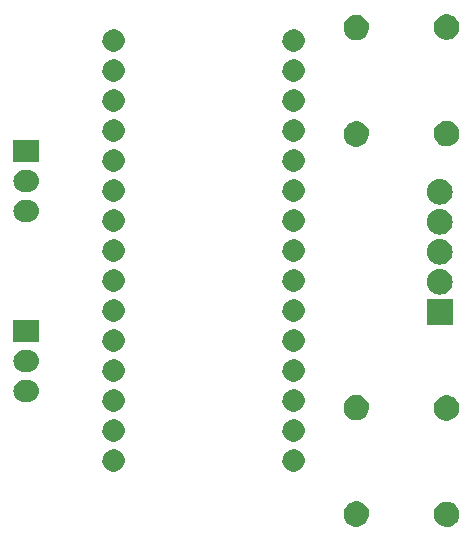
<source format=gbs>
%TF.GenerationSoftware,KiCad,Pcbnew,4.0.7-e2-6376~58~ubuntu16.04.1*%
%TF.CreationDate,2018-03-21T07:26:21-07:00*%
%TF.ProjectId,Arduino-Nano-Board,41726475696E6F2D4E616E6F2D426F61,v1.5*%
%TF.FileFunction,Soldermask,Bot*%
%FSLAX46Y46*%
G04 Gerber Fmt 4.6, Leading zero omitted, Abs format (unit mm)*
G04 Created by KiCad (PCBNEW 4.0.7-e2-6376~58~ubuntu16.04.1) date Wed Mar 21 07:26:21 2018*
%MOMM*%
%LPD*%
G01*
G04 APERTURE LIST*
%ADD10C,0.350000*%
G04 APERTURE END LIST*
D10*
G36*
X58990188Y-89357424D02*
X59196826Y-89399841D01*
X59391304Y-89481592D01*
X59566191Y-89599555D01*
X59714836Y-89749241D01*
X59831575Y-89924948D01*
X59911963Y-90119984D01*
X59952869Y-90326574D01*
X59952869Y-90326584D01*
X59952936Y-90326923D01*
X59949572Y-90567872D01*
X59949495Y-90568210D01*
X59949495Y-90568219D01*
X59902837Y-90773587D01*
X59817036Y-90966299D01*
X59695434Y-91138680D01*
X59542666Y-91284159D01*
X59364553Y-91397193D01*
X59167872Y-91473480D01*
X58960127Y-91510112D01*
X58749217Y-91505693D01*
X58543184Y-91460395D01*
X58349872Y-91375938D01*
X58176651Y-91255546D01*
X58030109Y-91103799D01*
X57915833Y-90926476D01*
X57838173Y-90730331D01*
X57800093Y-90522849D01*
X57803038Y-90311915D01*
X57846899Y-90105568D01*
X57930002Y-89911674D01*
X58049185Y-89737612D01*
X58199904Y-89590016D01*
X58376425Y-89474505D01*
X58572019Y-89395479D01*
X58779233Y-89355952D01*
X58990188Y-89357424D01*
X58990188Y-89357424D01*
G37*
G36*
X51344788Y-89332024D02*
X51551426Y-89374441D01*
X51745904Y-89456192D01*
X51920791Y-89574155D01*
X52069436Y-89723841D01*
X52186175Y-89899548D01*
X52266563Y-90094584D01*
X52307469Y-90301174D01*
X52307469Y-90301184D01*
X52307536Y-90301523D01*
X52304172Y-90542472D01*
X52304095Y-90542810D01*
X52304095Y-90542819D01*
X52257437Y-90748187D01*
X52171636Y-90940899D01*
X52050034Y-91113280D01*
X51897266Y-91258759D01*
X51719153Y-91371793D01*
X51522472Y-91448080D01*
X51314727Y-91484712D01*
X51103817Y-91480293D01*
X50897784Y-91434995D01*
X50704472Y-91350538D01*
X50531251Y-91230146D01*
X50384709Y-91078399D01*
X50270433Y-90901076D01*
X50192773Y-90704931D01*
X50154693Y-90497449D01*
X50157638Y-90286515D01*
X50201499Y-90080168D01*
X50284602Y-89886274D01*
X50403785Y-89712212D01*
X50554504Y-89564616D01*
X50731025Y-89449105D01*
X50926619Y-89370079D01*
X51133833Y-89330552D01*
X51344788Y-89332024D01*
X51344788Y-89332024D01*
G37*
G36*
X46021915Y-84938224D02*
X46202448Y-84975283D01*
X46372358Y-85046706D01*
X46525149Y-85149766D01*
X46655021Y-85280546D01*
X46757010Y-85434053D01*
X46827243Y-85604451D01*
X46862972Y-85784899D01*
X46862972Y-85784904D01*
X46863040Y-85785248D01*
X46860101Y-85995758D01*
X46860024Y-85996096D01*
X46860024Y-85996106D01*
X46819270Y-86175486D01*
X46744308Y-86343852D01*
X46638068Y-86494456D01*
X46504599Y-86621557D01*
X46348984Y-86720314D01*
X46177154Y-86786962D01*
X45995652Y-86818966D01*
X45811386Y-86815106D01*
X45631379Y-86775529D01*
X45462488Y-86701743D01*
X45311150Y-86596560D01*
X45183121Y-86463982D01*
X45083281Y-86309061D01*
X45015432Y-86137693D01*
X44982163Y-85956423D01*
X44984735Y-85772136D01*
X45023056Y-85591856D01*
X45095659Y-85422457D01*
X45199787Y-85270384D01*
X45331466Y-85141433D01*
X45485687Y-85040514D01*
X45656572Y-84971472D01*
X45837609Y-84936938D01*
X46021915Y-84938224D01*
X46021915Y-84938224D01*
G37*
G36*
X30781915Y-84938224D02*
X30962448Y-84975283D01*
X31132358Y-85046706D01*
X31285149Y-85149766D01*
X31415021Y-85280546D01*
X31517010Y-85434053D01*
X31587243Y-85604451D01*
X31622972Y-85784899D01*
X31622972Y-85784904D01*
X31623040Y-85785248D01*
X31620101Y-85995758D01*
X31620024Y-85996096D01*
X31620024Y-85996106D01*
X31579270Y-86175486D01*
X31504308Y-86343852D01*
X31398068Y-86494456D01*
X31264599Y-86621557D01*
X31108984Y-86720314D01*
X30937154Y-86786962D01*
X30755652Y-86818966D01*
X30571386Y-86815106D01*
X30391379Y-86775529D01*
X30222488Y-86701743D01*
X30071150Y-86596560D01*
X29943121Y-86463982D01*
X29843281Y-86309061D01*
X29775432Y-86137693D01*
X29742163Y-85956423D01*
X29744735Y-85772136D01*
X29783056Y-85591856D01*
X29855659Y-85422457D01*
X29959787Y-85270384D01*
X30091466Y-85141433D01*
X30245687Y-85040514D01*
X30416572Y-84971472D01*
X30597609Y-84936938D01*
X30781915Y-84938224D01*
X30781915Y-84938224D01*
G37*
G36*
X46021915Y-82398224D02*
X46202448Y-82435283D01*
X46372358Y-82506706D01*
X46525149Y-82609766D01*
X46655021Y-82740546D01*
X46757010Y-82894053D01*
X46827243Y-83064451D01*
X46862972Y-83244899D01*
X46862972Y-83244904D01*
X46863040Y-83245248D01*
X46860101Y-83455758D01*
X46860024Y-83456096D01*
X46860024Y-83456106D01*
X46819270Y-83635486D01*
X46744308Y-83803852D01*
X46638068Y-83954456D01*
X46504599Y-84081557D01*
X46348984Y-84180314D01*
X46177154Y-84246962D01*
X45995652Y-84278966D01*
X45811386Y-84275106D01*
X45631379Y-84235529D01*
X45462488Y-84161743D01*
X45311150Y-84056560D01*
X45183121Y-83923982D01*
X45083281Y-83769061D01*
X45015432Y-83597693D01*
X44982163Y-83416423D01*
X44984735Y-83232136D01*
X45023056Y-83051856D01*
X45095659Y-82882457D01*
X45199787Y-82730384D01*
X45331466Y-82601433D01*
X45485687Y-82500514D01*
X45656572Y-82431472D01*
X45837609Y-82396938D01*
X46021915Y-82398224D01*
X46021915Y-82398224D01*
G37*
G36*
X30781915Y-82398224D02*
X30962448Y-82435283D01*
X31132358Y-82506706D01*
X31285149Y-82609766D01*
X31415021Y-82740546D01*
X31517010Y-82894053D01*
X31587243Y-83064451D01*
X31622972Y-83244899D01*
X31622972Y-83244904D01*
X31623040Y-83245248D01*
X31620101Y-83455758D01*
X31620024Y-83456096D01*
X31620024Y-83456106D01*
X31579270Y-83635486D01*
X31504308Y-83803852D01*
X31398068Y-83954456D01*
X31264599Y-84081557D01*
X31108984Y-84180314D01*
X30937154Y-84246962D01*
X30755652Y-84278966D01*
X30571386Y-84275106D01*
X30391379Y-84235529D01*
X30222488Y-84161743D01*
X30071150Y-84056560D01*
X29943121Y-83923982D01*
X29843281Y-83769061D01*
X29775432Y-83597693D01*
X29742163Y-83416423D01*
X29744735Y-83232136D01*
X29783056Y-83051856D01*
X29855659Y-82882457D01*
X29959787Y-82730384D01*
X30091466Y-82601433D01*
X30245687Y-82500514D01*
X30416572Y-82431472D01*
X30597609Y-82396938D01*
X30781915Y-82398224D01*
X30781915Y-82398224D01*
G37*
G36*
X58990188Y-80357424D02*
X59196826Y-80399841D01*
X59391304Y-80481592D01*
X59566191Y-80599555D01*
X59714836Y-80749241D01*
X59831575Y-80924948D01*
X59911963Y-81119984D01*
X59952869Y-81326574D01*
X59952869Y-81326584D01*
X59952936Y-81326923D01*
X59949572Y-81567872D01*
X59949495Y-81568210D01*
X59949495Y-81568219D01*
X59902837Y-81773587D01*
X59817036Y-81966299D01*
X59695434Y-82138680D01*
X59542666Y-82284159D01*
X59364553Y-82397193D01*
X59167872Y-82473480D01*
X58960127Y-82510112D01*
X58749217Y-82505693D01*
X58543184Y-82460395D01*
X58349872Y-82375938D01*
X58176651Y-82255546D01*
X58030109Y-82103799D01*
X57915833Y-81926476D01*
X57838173Y-81730331D01*
X57800093Y-81522849D01*
X57803038Y-81311915D01*
X57846899Y-81105568D01*
X57930002Y-80911674D01*
X58049185Y-80737612D01*
X58199904Y-80590016D01*
X58376425Y-80474505D01*
X58572019Y-80395479D01*
X58779233Y-80355952D01*
X58990188Y-80357424D01*
X58990188Y-80357424D01*
G37*
G36*
X51344788Y-80332024D02*
X51551426Y-80374441D01*
X51745904Y-80456192D01*
X51920791Y-80574155D01*
X52069436Y-80723841D01*
X52186175Y-80899548D01*
X52266563Y-81094584D01*
X52307469Y-81301174D01*
X52307469Y-81301184D01*
X52307536Y-81301523D01*
X52304172Y-81542472D01*
X52304095Y-81542810D01*
X52304095Y-81542819D01*
X52257437Y-81748187D01*
X52171636Y-81940899D01*
X52050034Y-82113280D01*
X51897266Y-82258759D01*
X51719153Y-82371793D01*
X51522472Y-82448080D01*
X51314727Y-82484712D01*
X51103817Y-82480293D01*
X50897784Y-82434995D01*
X50704472Y-82350538D01*
X50531251Y-82230146D01*
X50384709Y-82078399D01*
X50270433Y-81901076D01*
X50192773Y-81704931D01*
X50154693Y-81497449D01*
X50157638Y-81286515D01*
X50201499Y-81080168D01*
X50284602Y-80886274D01*
X50403785Y-80712212D01*
X50554504Y-80564616D01*
X50731025Y-80449105D01*
X50926619Y-80370079D01*
X51133833Y-80330552D01*
X51344788Y-80332024D01*
X51344788Y-80332024D01*
G37*
G36*
X46021915Y-79858224D02*
X46202448Y-79895283D01*
X46372358Y-79966706D01*
X46525149Y-80069766D01*
X46655021Y-80200546D01*
X46757010Y-80354053D01*
X46827243Y-80524451D01*
X46862972Y-80704899D01*
X46862972Y-80704904D01*
X46863040Y-80705248D01*
X46860101Y-80915758D01*
X46860024Y-80916096D01*
X46860024Y-80916106D01*
X46819270Y-81095486D01*
X46744308Y-81263852D01*
X46638068Y-81414456D01*
X46504599Y-81541557D01*
X46348984Y-81640314D01*
X46177154Y-81706962D01*
X45995652Y-81738966D01*
X45811386Y-81735106D01*
X45631379Y-81695529D01*
X45462488Y-81621743D01*
X45311150Y-81516560D01*
X45183121Y-81383982D01*
X45083281Y-81229061D01*
X45015432Y-81057693D01*
X44982163Y-80876423D01*
X44984735Y-80692136D01*
X45023056Y-80511856D01*
X45095659Y-80342457D01*
X45199787Y-80190384D01*
X45331466Y-80061433D01*
X45485687Y-79960514D01*
X45656572Y-79891472D01*
X45837609Y-79856938D01*
X46021915Y-79858224D01*
X46021915Y-79858224D01*
G37*
G36*
X30781915Y-79858224D02*
X30962448Y-79895283D01*
X31132358Y-79966706D01*
X31285149Y-80069766D01*
X31415021Y-80200546D01*
X31517010Y-80354053D01*
X31587243Y-80524451D01*
X31622972Y-80704899D01*
X31622972Y-80704904D01*
X31623040Y-80705248D01*
X31620101Y-80915758D01*
X31620024Y-80916096D01*
X31620024Y-80916106D01*
X31579270Y-81095486D01*
X31504308Y-81263852D01*
X31398068Y-81414456D01*
X31264599Y-81541557D01*
X31108984Y-81640314D01*
X30937154Y-81706962D01*
X30755652Y-81738966D01*
X30571386Y-81735106D01*
X30391379Y-81695529D01*
X30222488Y-81621743D01*
X30071150Y-81516560D01*
X29943121Y-81383982D01*
X29843281Y-81229061D01*
X29775432Y-81057693D01*
X29742163Y-80876423D01*
X29744735Y-80692136D01*
X29783056Y-80511856D01*
X29855659Y-80342457D01*
X29959787Y-80190384D01*
X30091466Y-80061433D01*
X30245687Y-79960514D01*
X30416572Y-79891472D01*
X30597609Y-79856938D01*
X30781915Y-79858224D01*
X30781915Y-79858224D01*
G37*
G36*
X23460549Y-79070277D02*
X23460554Y-79070278D01*
X23462607Y-79070292D01*
X23644880Y-79090737D01*
X23819712Y-79146197D01*
X23980441Y-79234558D01*
X24120946Y-79352456D01*
X24235876Y-79495400D01*
X24320852Y-79657945D01*
X24372639Y-79833899D01*
X24372643Y-79833940D01*
X24372644Y-79833944D01*
X24389263Y-80016558D01*
X24383670Y-80069768D01*
X24370090Y-80198973D01*
X24315852Y-80374187D01*
X24228615Y-80535529D01*
X24111700Y-80676855D01*
X23969562Y-80792779D01*
X23807615Y-80878888D01*
X23632026Y-80931902D01*
X23449485Y-80949800D01*
X23134083Y-80949800D01*
X23123051Y-80949723D01*
X23123046Y-80949722D01*
X23120993Y-80949708D01*
X22938720Y-80929263D01*
X22763888Y-80873803D01*
X22603159Y-80785442D01*
X22462654Y-80667544D01*
X22347724Y-80524600D01*
X22262748Y-80362055D01*
X22210961Y-80186101D01*
X22210957Y-80186060D01*
X22210956Y-80186056D01*
X22194337Y-80003442D01*
X22213505Y-79821074D01*
X22213510Y-79821027D01*
X22267748Y-79645813D01*
X22354985Y-79484471D01*
X22471900Y-79343145D01*
X22614038Y-79227221D01*
X22775985Y-79141112D01*
X22951574Y-79088098D01*
X23134115Y-79070200D01*
X23449517Y-79070200D01*
X23460549Y-79070277D01*
X23460549Y-79070277D01*
G37*
G36*
X30781915Y-77318224D02*
X30962448Y-77355283D01*
X31132358Y-77426706D01*
X31285149Y-77529766D01*
X31415021Y-77660546D01*
X31517010Y-77814053D01*
X31587243Y-77984451D01*
X31622972Y-78164899D01*
X31622972Y-78164904D01*
X31623040Y-78165248D01*
X31620101Y-78375758D01*
X31620024Y-78376096D01*
X31620024Y-78376106D01*
X31579270Y-78555486D01*
X31504308Y-78723852D01*
X31398068Y-78874456D01*
X31264599Y-79001557D01*
X31108984Y-79100314D01*
X30937154Y-79166962D01*
X30755652Y-79198966D01*
X30571386Y-79195106D01*
X30391379Y-79155529D01*
X30222488Y-79081743D01*
X30071150Y-78976560D01*
X29943121Y-78843982D01*
X29843281Y-78689061D01*
X29775432Y-78517693D01*
X29742163Y-78336423D01*
X29744735Y-78152136D01*
X29783056Y-77971856D01*
X29855659Y-77802457D01*
X29959787Y-77650384D01*
X30091466Y-77521433D01*
X30245687Y-77420514D01*
X30416572Y-77351472D01*
X30597609Y-77316938D01*
X30781915Y-77318224D01*
X30781915Y-77318224D01*
G37*
G36*
X46021915Y-77318224D02*
X46202448Y-77355283D01*
X46372358Y-77426706D01*
X46525149Y-77529766D01*
X46655021Y-77660546D01*
X46757010Y-77814053D01*
X46827243Y-77984451D01*
X46862972Y-78164899D01*
X46862972Y-78164904D01*
X46863040Y-78165248D01*
X46860101Y-78375758D01*
X46860024Y-78376096D01*
X46860024Y-78376106D01*
X46819270Y-78555486D01*
X46744308Y-78723852D01*
X46638068Y-78874456D01*
X46504599Y-79001557D01*
X46348984Y-79100314D01*
X46177154Y-79166962D01*
X45995652Y-79198966D01*
X45811386Y-79195106D01*
X45631379Y-79155529D01*
X45462488Y-79081743D01*
X45311150Y-78976560D01*
X45183121Y-78843982D01*
X45083281Y-78689061D01*
X45015432Y-78517693D01*
X44982163Y-78336423D01*
X44984735Y-78152136D01*
X45023056Y-77971856D01*
X45095659Y-77802457D01*
X45199787Y-77650384D01*
X45331466Y-77521433D01*
X45485687Y-77420514D01*
X45656572Y-77351472D01*
X45837609Y-77316938D01*
X46021915Y-77318224D01*
X46021915Y-77318224D01*
G37*
G36*
X23460549Y-76530277D02*
X23460554Y-76530278D01*
X23462607Y-76530292D01*
X23644880Y-76550737D01*
X23819712Y-76606197D01*
X23980441Y-76694558D01*
X24120946Y-76812456D01*
X24235876Y-76955400D01*
X24320852Y-77117945D01*
X24372639Y-77293899D01*
X24372643Y-77293940D01*
X24372644Y-77293944D01*
X24389263Y-77476558D01*
X24383670Y-77529768D01*
X24370090Y-77658973D01*
X24315852Y-77834187D01*
X24228615Y-77995529D01*
X24111700Y-78136855D01*
X23969562Y-78252779D01*
X23807615Y-78338888D01*
X23632026Y-78391902D01*
X23449485Y-78409800D01*
X23134083Y-78409800D01*
X23123051Y-78409723D01*
X23123046Y-78409722D01*
X23120993Y-78409708D01*
X22938720Y-78389263D01*
X22763888Y-78333803D01*
X22603159Y-78245442D01*
X22462654Y-78127544D01*
X22347724Y-77984600D01*
X22262748Y-77822055D01*
X22210961Y-77646101D01*
X22210957Y-77646060D01*
X22210956Y-77646056D01*
X22194337Y-77463442D01*
X22213505Y-77281074D01*
X22213510Y-77281027D01*
X22267748Y-77105813D01*
X22354985Y-76944471D01*
X22471900Y-76803145D01*
X22614038Y-76687221D01*
X22775985Y-76601112D01*
X22951574Y-76548098D01*
X23134115Y-76530200D01*
X23449517Y-76530200D01*
X23460549Y-76530277D01*
X23460549Y-76530277D01*
G37*
G36*
X30781915Y-74778224D02*
X30962448Y-74815283D01*
X31132358Y-74886706D01*
X31285149Y-74989766D01*
X31415021Y-75120546D01*
X31517010Y-75274053D01*
X31587243Y-75444451D01*
X31622972Y-75624899D01*
X31622972Y-75624904D01*
X31623040Y-75625248D01*
X31620101Y-75835758D01*
X31620024Y-75836096D01*
X31620024Y-75836106D01*
X31579270Y-76015486D01*
X31504308Y-76183852D01*
X31398068Y-76334456D01*
X31264599Y-76461557D01*
X31108984Y-76560314D01*
X30937154Y-76626962D01*
X30755652Y-76658966D01*
X30571386Y-76655106D01*
X30391379Y-76615529D01*
X30222488Y-76541743D01*
X30071150Y-76436560D01*
X29943121Y-76303982D01*
X29843281Y-76149061D01*
X29775432Y-75977693D01*
X29742163Y-75796423D01*
X29744735Y-75612136D01*
X29783056Y-75431856D01*
X29855659Y-75262457D01*
X29959787Y-75110384D01*
X30091466Y-74981433D01*
X30245687Y-74880514D01*
X30416572Y-74811472D01*
X30597609Y-74776938D01*
X30781915Y-74778224D01*
X30781915Y-74778224D01*
G37*
G36*
X46021915Y-74778224D02*
X46202448Y-74815283D01*
X46372358Y-74886706D01*
X46525149Y-74989766D01*
X46655021Y-75120546D01*
X46757010Y-75274053D01*
X46827243Y-75444451D01*
X46862972Y-75624899D01*
X46862972Y-75624904D01*
X46863040Y-75625248D01*
X46860101Y-75835758D01*
X46860024Y-75836096D01*
X46860024Y-75836106D01*
X46819270Y-76015486D01*
X46744308Y-76183852D01*
X46638068Y-76334456D01*
X46504599Y-76461557D01*
X46348984Y-76560314D01*
X46177154Y-76626962D01*
X45995652Y-76658966D01*
X45811386Y-76655106D01*
X45631379Y-76615529D01*
X45462488Y-76541743D01*
X45311150Y-76436560D01*
X45183121Y-76303982D01*
X45083281Y-76149061D01*
X45015432Y-75977693D01*
X44982163Y-75796423D01*
X44984735Y-75612136D01*
X45023056Y-75431856D01*
X45095659Y-75262457D01*
X45199787Y-75110384D01*
X45331466Y-74981433D01*
X45485687Y-74880514D01*
X45656572Y-74811472D01*
X45837609Y-74776938D01*
X46021915Y-74778224D01*
X46021915Y-74778224D01*
G37*
G36*
X24384000Y-75869800D02*
X22199600Y-75869800D01*
X22199600Y-73990200D01*
X24384000Y-73990200D01*
X24384000Y-75869800D01*
X24384000Y-75869800D01*
G37*
G36*
X59385200Y-74371200D02*
X57200800Y-74371200D01*
X57200800Y-72186800D01*
X59385200Y-72186800D01*
X59385200Y-74371200D01*
X59385200Y-74371200D01*
G37*
G36*
X46021915Y-72238224D02*
X46202448Y-72275283D01*
X46372358Y-72346706D01*
X46525149Y-72449766D01*
X46655021Y-72580546D01*
X46757010Y-72734053D01*
X46827243Y-72904451D01*
X46862972Y-73084899D01*
X46862972Y-73084904D01*
X46863040Y-73085248D01*
X46860101Y-73295758D01*
X46860024Y-73296096D01*
X46860024Y-73296106D01*
X46819270Y-73475486D01*
X46744308Y-73643852D01*
X46638068Y-73794456D01*
X46504599Y-73921557D01*
X46348984Y-74020314D01*
X46177154Y-74086962D01*
X45995652Y-74118966D01*
X45811386Y-74115106D01*
X45631379Y-74075529D01*
X45462488Y-74001743D01*
X45311150Y-73896560D01*
X45183121Y-73763982D01*
X45083281Y-73609061D01*
X45015432Y-73437693D01*
X44982163Y-73256423D01*
X44984735Y-73072136D01*
X45023056Y-72891856D01*
X45095659Y-72722457D01*
X45199787Y-72570384D01*
X45331466Y-72441433D01*
X45485687Y-72340514D01*
X45656572Y-72271472D01*
X45837609Y-72236938D01*
X46021915Y-72238224D01*
X46021915Y-72238224D01*
G37*
G36*
X30781915Y-72238224D02*
X30962448Y-72275283D01*
X31132358Y-72346706D01*
X31285149Y-72449766D01*
X31415021Y-72580546D01*
X31517010Y-72734053D01*
X31587243Y-72904451D01*
X31622972Y-73084899D01*
X31622972Y-73084904D01*
X31623040Y-73085248D01*
X31620101Y-73295758D01*
X31620024Y-73296096D01*
X31620024Y-73296106D01*
X31579270Y-73475486D01*
X31504308Y-73643852D01*
X31398068Y-73794456D01*
X31264599Y-73921557D01*
X31108984Y-74020314D01*
X30937154Y-74086962D01*
X30755652Y-74118966D01*
X30571386Y-74115106D01*
X30391379Y-74075529D01*
X30222488Y-74001743D01*
X30071150Y-73896560D01*
X29943121Y-73763982D01*
X29843281Y-73609061D01*
X29775432Y-73437693D01*
X29742163Y-73256423D01*
X29744735Y-73072136D01*
X29783056Y-72891856D01*
X29855659Y-72722457D01*
X29959787Y-72570384D01*
X30091466Y-72441433D01*
X30245687Y-72340514D01*
X30416572Y-72271472D01*
X30597609Y-72236938D01*
X30781915Y-72238224D01*
X30781915Y-72238224D01*
G37*
G36*
X58304395Y-69646842D02*
X58313534Y-69646906D01*
X58525366Y-69670667D01*
X58728548Y-69735120D01*
X58915342Y-69837811D01*
X59078632Y-69974828D01*
X59212199Y-70140951D01*
X59310955Y-70329855D01*
X59371139Y-70534342D01*
X59371143Y-70534383D01*
X59371144Y-70534387D01*
X59390459Y-70746623D01*
X59368183Y-70958570D01*
X59368181Y-70958575D01*
X59368177Y-70958617D01*
X59305144Y-71162245D01*
X59203760Y-71349750D01*
X59067886Y-71513993D01*
X58902699Y-71648717D01*
X58714490Y-71748789D01*
X58510428Y-71810399D01*
X58298285Y-71831200D01*
X58287679Y-71831200D01*
X58281605Y-71831158D01*
X58272466Y-71831094D01*
X58060634Y-71807333D01*
X57857452Y-71742880D01*
X57670658Y-71640189D01*
X57507368Y-71503172D01*
X57373801Y-71337049D01*
X57275045Y-71148145D01*
X57214861Y-70943658D01*
X57214857Y-70943617D01*
X57214856Y-70943613D01*
X57195541Y-70731377D01*
X57217817Y-70519430D01*
X57217819Y-70519425D01*
X57217823Y-70519383D01*
X57280856Y-70315755D01*
X57382240Y-70128250D01*
X57518114Y-69964007D01*
X57683301Y-69829283D01*
X57871510Y-69729211D01*
X58075572Y-69667601D01*
X58287715Y-69646800D01*
X58298321Y-69646800D01*
X58304395Y-69646842D01*
X58304395Y-69646842D01*
G37*
G36*
X46021915Y-69698224D02*
X46202448Y-69735283D01*
X46372358Y-69806706D01*
X46525149Y-69909766D01*
X46655021Y-70040546D01*
X46757010Y-70194053D01*
X46827243Y-70364451D01*
X46862972Y-70544899D01*
X46862972Y-70544904D01*
X46863040Y-70545248D01*
X46860101Y-70755758D01*
X46860024Y-70756096D01*
X46860024Y-70756106D01*
X46819270Y-70935486D01*
X46744308Y-71103852D01*
X46638068Y-71254456D01*
X46504599Y-71381557D01*
X46348984Y-71480314D01*
X46177154Y-71546962D01*
X45995652Y-71578966D01*
X45811386Y-71575106D01*
X45631379Y-71535529D01*
X45462488Y-71461743D01*
X45311150Y-71356560D01*
X45183121Y-71223982D01*
X45083281Y-71069061D01*
X45015432Y-70897693D01*
X44982163Y-70716423D01*
X44984735Y-70532136D01*
X45023056Y-70351856D01*
X45095659Y-70182457D01*
X45199787Y-70030384D01*
X45331466Y-69901433D01*
X45485687Y-69800514D01*
X45656572Y-69731472D01*
X45837609Y-69696938D01*
X46021915Y-69698224D01*
X46021915Y-69698224D01*
G37*
G36*
X30781915Y-69698224D02*
X30962448Y-69735283D01*
X31132358Y-69806706D01*
X31285149Y-69909766D01*
X31415021Y-70040546D01*
X31517010Y-70194053D01*
X31587243Y-70364451D01*
X31622972Y-70544899D01*
X31622972Y-70544904D01*
X31623040Y-70545248D01*
X31620101Y-70755758D01*
X31620024Y-70756096D01*
X31620024Y-70756106D01*
X31579270Y-70935486D01*
X31504308Y-71103852D01*
X31398068Y-71254456D01*
X31264599Y-71381557D01*
X31108984Y-71480314D01*
X30937154Y-71546962D01*
X30755652Y-71578966D01*
X30571386Y-71575106D01*
X30391379Y-71535529D01*
X30222488Y-71461743D01*
X30071150Y-71356560D01*
X29943121Y-71223982D01*
X29843281Y-71069061D01*
X29775432Y-70897693D01*
X29742163Y-70716423D01*
X29744735Y-70532136D01*
X29783056Y-70351856D01*
X29855659Y-70182457D01*
X29959787Y-70030384D01*
X30091466Y-69901433D01*
X30245687Y-69800514D01*
X30416572Y-69731472D01*
X30597609Y-69696938D01*
X30781915Y-69698224D01*
X30781915Y-69698224D01*
G37*
G36*
X58304395Y-67106842D02*
X58313534Y-67106906D01*
X58525366Y-67130667D01*
X58728548Y-67195120D01*
X58915342Y-67297811D01*
X59078632Y-67434828D01*
X59212199Y-67600951D01*
X59310955Y-67789855D01*
X59371139Y-67994342D01*
X59371143Y-67994383D01*
X59371144Y-67994387D01*
X59390459Y-68206623D01*
X59368183Y-68418570D01*
X59368181Y-68418575D01*
X59368177Y-68418617D01*
X59305144Y-68622245D01*
X59203760Y-68809750D01*
X59067886Y-68973993D01*
X58902699Y-69108717D01*
X58714490Y-69208789D01*
X58510428Y-69270399D01*
X58298285Y-69291200D01*
X58287679Y-69291200D01*
X58281605Y-69291158D01*
X58272466Y-69291094D01*
X58060634Y-69267333D01*
X57857452Y-69202880D01*
X57670658Y-69100189D01*
X57507368Y-68963172D01*
X57373801Y-68797049D01*
X57275045Y-68608145D01*
X57214861Y-68403658D01*
X57214857Y-68403617D01*
X57214856Y-68403613D01*
X57195541Y-68191377D01*
X57217817Y-67979430D01*
X57217819Y-67979425D01*
X57217823Y-67979383D01*
X57280856Y-67775755D01*
X57382240Y-67588250D01*
X57518114Y-67424007D01*
X57683301Y-67289283D01*
X57871510Y-67189211D01*
X58075572Y-67127601D01*
X58287715Y-67106800D01*
X58298321Y-67106800D01*
X58304395Y-67106842D01*
X58304395Y-67106842D01*
G37*
G36*
X30781915Y-67158224D02*
X30962448Y-67195283D01*
X31132358Y-67266706D01*
X31285149Y-67369766D01*
X31415021Y-67500546D01*
X31517010Y-67654053D01*
X31587243Y-67824451D01*
X31622972Y-68004899D01*
X31622972Y-68004904D01*
X31623040Y-68005248D01*
X31620101Y-68215758D01*
X31620024Y-68216096D01*
X31620024Y-68216106D01*
X31579270Y-68395486D01*
X31504308Y-68563852D01*
X31398068Y-68714456D01*
X31264599Y-68841557D01*
X31108984Y-68940314D01*
X30937154Y-69006962D01*
X30755652Y-69038966D01*
X30571386Y-69035106D01*
X30391379Y-68995529D01*
X30222488Y-68921743D01*
X30071150Y-68816560D01*
X29943121Y-68683982D01*
X29843281Y-68529061D01*
X29775432Y-68357693D01*
X29742163Y-68176423D01*
X29744735Y-67992136D01*
X29783056Y-67811856D01*
X29855659Y-67642457D01*
X29959787Y-67490384D01*
X30091466Y-67361433D01*
X30245687Y-67260514D01*
X30416572Y-67191472D01*
X30597609Y-67156938D01*
X30781915Y-67158224D01*
X30781915Y-67158224D01*
G37*
G36*
X46021915Y-67158224D02*
X46202448Y-67195283D01*
X46372358Y-67266706D01*
X46525149Y-67369766D01*
X46655021Y-67500546D01*
X46757010Y-67654053D01*
X46827243Y-67824451D01*
X46862972Y-68004899D01*
X46862972Y-68004904D01*
X46863040Y-68005248D01*
X46860101Y-68215758D01*
X46860024Y-68216096D01*
X46860024Y-68216106D01*
X46819270Y-68395486D01*
X46744308Y-68563852D01*
X46638068Y-68714456D01*
X46504599Y-68841557D01*
X46348984Y-68940314D01*
X46177154Y-69006962D01*
X45995652Y-69038966D01*
X45811386Y-69035106D01*
X45631379Y-68995529D01*
X45462488Y-68921743D01*
X45311150Y-68816560D01*
X45183121Y-68683982D01*
X45083281Y-68529061D01*
X45015432Y-68357693D01*
X44982163Y-68176423D01*
X44984735Y-67992136D01*
X45023056Y-67811856D01*
X45095659Y-67642457D01*
X45199787Y-67490384D01*
X45331466Y-67361433D01*
X45485687Y-67260514D01*
X45656572Y-67191472D01*
X45837609Y-67156938D01*
X46021915Y-67158224D01*
X46021915Y-67158224D01*
G37*
G36*
X58304395Y-64566842D02*
X58313534Y-64566906D01*
X58525366Y-64590667D01*
X58728548Y-64655120D01*
X58915342Y-64757811D01*
X59078632Y-64894828D01*
X59212199Y-65060951D01*
X59310955Y-65249855D01*
X59371139Y-65454342D01*
X59371143Y-65454383D01*
X59371144Y-65454387D01*
X59390459Y-65666623D01*
X59368183Y-65878570D01*
X59368181Y-65878575D01*
X59368177Y-65878617D01*
X59305144Y-66082245D01*
X59203760Y-66269750D01*
X59067886Y-66433993D01*
X58902699Y-66568717D01*
X58714490Y-66668789D01*
X58510428Y-66730399D01*
X58298285Y-66751200D01*
X58287679Y-66751200D01*
X58281605Y-66751158D01*
X58272466Y-66751094D01*
X58060634Y-66727333D01*
X57857452Y-66662880D01*
X57670658Y-66560189D01*
X57507368Y-66423172D01*
X57373801Y-66257049D01*
X57275045Y-66068145D01*
X57214861Y-65863658D01*
X57214857Y-65863617D01*
X57214856Y-65863613D01*
X57195541Y-65651377D01*
X57217817Y-65439430D01*
X57217819Y-65439425D01*
X57217823Y-65439383D01*
X57280856Y-65235755D01*
X57382240Y-65048250D01*
X57518114Y-64884007D01*
X57683301Y-64749283D01*
X57871510Y-64649211D01*
X58075572Y-64587601D01*
X58287715Y-64566800D01*
X58298321Y-64566800D01*
X58304395Y-64566842D01*
X58304395Y-64566842D01*
G37*
G36*
X46021915Y-64618224D02*
X46202448Y-64655283D01*
X46372358Y-64726706D01*
X46525149Y-64829766D01*
X46655021Y-64960546D01*
X46757010Y-65114053D01*
X46827243Y-65284451D01*
X46862972Y-65464899D01*
X46862972Y-65464904D01*
X46863040Y-65465248D01*
X46860101Y-65675758D01*
X46860024Y-65676096D01*
X46860024Y-65676106D01*
X46819270Y-65855486D01*
X46744308Y-66023852D01*
X46638068Y-66174456D01*
X46504599Y-66301557D01*
X46348984Y-66400314D01*
X46177154Y-66466962D01*
X45995652Y-66498966D01*
X45811386Y-66495106D01*
X45631379Y-66455529D01*
X45462488Y-66381743D01*
X45311150Y-66276560D01*
X45183121Y-66143982D01*
X45083281Y-65989061D01*
X45015432Y-65817693D01*
X44982163Y-65636423D01*
X44984735Y-65452136D01*
X45023056Y-65271856D01*
X45095659Y-65102457D01*
X45199787Y-64950384D01*
X45331466Y-64821433D01*
X45485687Y-64720514D01*
X45656572Y-64651472D01*
X45837609Y-64616938D01*
X46021915Y-64618224D01*
X46021915Y-64618224D01*
G37*
G36*
X30781915Y-64618224D02*
X30962448Y-64655283D01*
X31132358Y-64726706D01*
X31285149Y-64829766D01*
X31415021Y-64960546D01*
X31517010Y-65114053D01*
X31587243Y-65284451D01*
X31622972Y-65464899D01*
X31622972Y-65464904D01*
X31623040Y-65465248D01*
X31620101Y-65675758D01*
X31620024Y-65676096D01*
X31620024Y-65676106D01*
X31579270Y-65855486D01*
X31504308Y-66023852D01*
X31398068Y-66174456D01*
X31264599Y-66301557D01*
X31108984Y-66400314D01*
X30937154Y-66466962D01*
X30755652Y-66498966D01*
X30571386Y-66495106D01*
X30391379Y-66455529D01*
X30222488Y-66381743D01*
X30071150Y-66276560D01*
X29943121Y-66143982D01*
X29843281Y-65989061D01*
X29775432Y-65817693D01*
X29742163Y-65636423D01*
X29744735Y-65452136D01*
X29783056Y-65271856D01*
X29855659Y-65102457D01*
X29959787Y-64950384D01*
X30091466Y-64821433D01*
X30245687Y-64720514D01*
X30416572Y-64651472D01*
X30597609Y-64616938D01*
X30781915Y-64618224D01*
X30781915Y-64618224D01*
G37*
G36*
X23460549Y-63830277D02*
X23460554Y-63830278D01*
X23462607Y-63830292D01*
X23644880Y-63850737D01*
X23819712Y-63906197D01*
X23980441Y-63994558D01*
X24120946Y-64112456D01*
X24235876Y-64255400D01*
X24320852Y-64417945D01*
X24372639Y-64593899D01*
X24372643Y-64593940D01*
X24372644Y-64593944D01*
X24389263Y-64776558D01*
X24383670Y-64829768D01*
X24370090Y-64958973D01*
X24315852Y-65134187D01*
X24228615Y-65295529D01*
X24111700Y-65436855D01*
X23969562Y-65552779D01*
X23807615Y-65638888D01*
X23632026Y-65691902D01*
X23449485Y-65709800D01*
X23134083Y-65709800D01*
X23123051Y-65709723D01*
X23123046Y-65709722D01*
X23120993Y-65709708D01*
X22938720Y-65689263D01*
X22763888Y-65633803D01*
X22603159Y-65545442D01*
X22462654Y-65427544D01*
X22347724Y-65284600D01*
X22262748Y-65122055D01*
X22210961Y-64946101D01*
X22210957Y-64946060D01*
X22210956Y-64946056D01*
X22194337Y-64763442D01*
X22213505Y-64581074D01*
X22213510Y-64581027D01*
X22267748Y-64405813D01*
X22354985Y-64244471D01*
X22471900Y-64103145D01*
X22614038Y-63987221D01*
X22775985Y-63901112D01*
X22951574Y-63848098D01*
X23134115Y-63830200D01*
X23449517Y-63830200D01*
X23460549Y-63830277D01*
X23460549Y-63830277D01*
G37*
G36*
X58304395Y-62026842D02*
X58313534Y-62026906D01*
X58525366Y-62050667D01*
X58728548Y-62115120D01*
X58915342Y-62217811D01*
X59078632Y-62354828D01*
X59212199Y-62520951D01*
X59310955Y-62709855D01*
X59371139Y-62914342D01*
X59371143Y-62914383D01*
X59371144Y-62914387D01*
X59390459Y-63126623D01*
X59368183Y-63338570D01*
X59368181Y-63338575D01*
X59368177Y-63338617D01*
X59305144Y-63542245D01*
X59203760Y-63729750D01*
X59067886Y-63893993D01*
X58902699Y-64028717D01*
X58714490Y-64128789D01*
X58510428Y-64190399D01*
X58298285Y-64211200D01*
X58287679Y-64211200D01*
X58281605Y-64211158D01*
X58272466Y-64211094D01*
X58060634Y-64187333D01*
X57857452Y-64122880D01*
X57670658Y-64020189D01*
X57507368Y-63883172D01*
X57373801Y-63717049D01*
X57275045Y-63528145D01*
X57214861Y-63323658D01*
X57214857Y-63323617D01*
X57214856Y-63323613D01*
X57195541Y-63111377D01*
X57217817Y-62899430D01*
X57217819Y-62899425D01*
X57217823Y-62899383D01*
X57280856Y-62695755D01*
X57382240Y-62508250D01*
X57518114Y-62344007D01*
X57683301Y-62209283D01*
X57871510Y-62109211D01*
X58075572Y-62047601D01*
X58287715Y-62026800D01*
X58298321Y-62026800D01*
X58304395Y-62026842D01*
X58304395Y-62026842D01*
G37*
G36*
X46021915Y-62078224D02*
X46202448Y-62115283D01*
X46372358Y-62186706D01*
X46525149Y-62289766D01*
X46655021Y-62420546D01*
X46757010Y-62574053D01*
X46827243Y-62744451D01*
X46862972Y-62924899D01*
X46862972Y-62924904D01*
X46863040Y-62925248D01*
X46860101Y-63135758D01*
X46860024Y-63136096D01*
X46860024Y-63136106D01*
X46819270Y-63315486D01*
X46744308Y-63483852D01*
X46638068Y-63634456D01*
X46504599Y-63761557D01*
X46348984Y-63860314D01*
X46177154Y-63926962D01*
X45995652Y-63958966D01*
X45811386Y-63955106D01*
X45631379Y-63915529D01*
X45462488Y-63841743D01*
X45311150Y-63736560D01*
X45183121Y-63603982D01*
X45083281Y-63449061D01*
X45015432Y-63277693D01*
X44982163Y-63096423D01*
X44984735Y-62912136D01*
X45023056Y-62731856D01*
X45095659Y-62562457D01*
X45199787Y-62410384D01*
X45331466Y-62281433D01*
X45485687Y-62180514D01*
X45656572Y-62111472D01*
X45837609Y-62076938D01*
X46021915Y-62078224D01*
X46021915Y-62078224D01*
G37*
G36*
X30781915Y-62078224D02*
X30962448Y-62115283D01*
X31132358Y-62186706D01*
X31285149Y-62289766D01*
X31415021Y-62420546D01*
X31517010Y-62574053D01*
X31587243Y-62744451D01*
X31622972Y-62924899D01*
X31622972Y-62924904D01*
X31623040Y-62925248D01*
X31620101Y-63135758D01*
X31620024Y-63136096D01*
X31620024Y-63136106D01*
X31579270Y-63315486D01*
X31504308Y-63483852D01*
X31398068Y-63634456D01*
X31264599Y-63761557D01*
X31108984Y-63860314D01*
X30937154Y-63926962D01*
X30755652Y-63958966D01*
X30571386Y-63955106D01*
X30391379Y-63915529D01*
X30222488Y-63841743D01*
X30071150Y-63736560D01*
X29943121Y-63603982D01*
X29843281Y-63449061D01*
X29775432Y-63277693D01*
X29742163Y-63096423D01*
X29744735Y-62912136D01*
X29783056Y-62731856D01*
X29855659Y-62562457D01*
X29959787Y-62410384D01*
X30091466Y-62281433D01*
X30245687Y-62180514D01*
X30416572Y-62111472D01*
X30597609Y-62076938D01*
X30781915Y-62078224D01*
X30781915Y-62078224D01*
G37*
G36*
X23460549Y-61290277D02*
X23460554Y-61290278D01*
X23462607Y-61290292D01*
X23644880Y-61310737D01*
X23819712Y-61366197D01*
X23980441Y-61454558D01*
X24120946Y-61572456D01*
X24235876Y-61715400D01*
X24320852Y-61877945D01*
X24372639Y-62053899D01*
X24372643Y-62053940D01*
X24372644Y-62053944D01*
X24389263Y-62236558D01*
X24383670Y-62289768D01*
X24370090Y-62418973D01*
X24315852Y-62594187D01*
X24228615Y-62755529D01*
X24111700Y-62896855D01*
X23969562Y-63012779D01*
X23807615Y-63098888D01*
X23632026Y-63151902D01*
X23449485Y-63169800D01*
X23134083Y-63169800D01*
X23123051Y-63169723D01*
X23123046Y-63169722D01*
X23120993Y-63169708D01*
X22938720Y-63149263D01*
X22763888Y-63093803D01*
X22603159Y-63005442D01*
X22462654Y-62887544D01*
X22347724Y-62744600D01*
X22262748Y-62582055D01*
X22210961Y-62406101D01*
X22210957Y-62406060D01*
X22210956Y-62406056D01*
X22194337Y-62223442D01*
X22213505Y-62041074D01*
X22213510Y-62041027D01*
X22267748Y-61865813D01*
X22354985Y-61704471D01*
X22471900Y-61563145D01*
X22614038Y-61447221D01*
X22775985Y-61361112D01*
X22951574Y-61308098D01*
X23134115Y-61290200D01*
X23449517Y-61290200D01*
X23460549Y-61290277D01*
X23460549Y-61290277D01*
G37*
G36*
X46021915Y-59538224D02*
X46202448Y-59575283D01*
X46372358Y-59646706D01*
X46525149Y-59749766D01*
X46655021Y-59880546D01*
X46757010Y-60034053D01*
X46827243Y-60204451D01*
X46862972Y-60384899D01*
X46862972Y-60384904D01*
X46863040Y-60385248D01*
X46860101Y-60595758D01*
X46860024Y-60596096D01*
X46860024Y-60596106D01*
X46819270Y-60775486D01*
X46744308Y-60943852D01*
X46638068Y-61094456D01*
X46504599Y-61221557D01*
X46348984Y-61320314D01*
X46177154Y-61386962D01*
X45995652Y-61418966D01*
X45811386Y-61415106D01*
X45631379Y-61375529D01*
X45462488Y-61301743D01*
X45311150Y-61196560D01*
X45183121Y-61063982D01*
X45083281Y-60909061D01*
X45015432Y-60737693D01*
X44982163Y-60556423D01*
X44984735Y-60372136D01*
X45023056Y-60191856D01*
X45095659Y-60022457D01*
X45199787Y-59870384D01*
X45331466Y-59741433D01*
X45485687Y-59640514D01*
X45656572Y-59571472D01*
X45837609Y-59536938D01*
X46021915Y-59538224D01*
X46021915Y-59538224D01*
G37*
G36*
X30781915Y-59538224D02*
X30962448Y-59575283D01*
X31132358Y-59646706D01*
X31285149Y-59749766D01*
X31415021Y-59880546D01*
X31517010Y-60034053D01*
X31587243Y-60204451D01*
X31622972Y-60384899D01*
X31622972Y-60384904D01*
X31623040Y-60385248D01*
X31620101Y-60595758D01*
X31620024Y-60596096D01*
X31620024Y-60596106D01*
X31579270Y-60775486D01*
X31504308Y-60943852D01*
X31398068Y-61094456D01*
X31264599Y-61221557D01*
X31108984Y-61320314D01*
X30937154Y-61386962D01*
X30755652Y-61418966D01*
X30571386Y-61415106D01*
X30391379Y-61375529D01*
X30222488Y-61301743D01*
X30071150Y-61196560D01*
X29943121Y-61063982D01*
X29843281Y-60909061D01*
X29775432Y-60737693D01*
X29742163Y-60556423D01*
X29744735Y-60372136D01*
X29783056Y-60191856D01*
X29855659Y-60022457D01*
X29959787Y-59870384D01*
X30091466Y-59741433D01*
X30245687Y-59640514D01*
X30416572Y-59571472D01*
X30597609Y-59536938D01*
X30781915Y-59538224D01*
X30781915Y-59538224D01*
G37*
G36*
X24384000Y-60629800D02*
X22199600Y-60629800D01*
X22199600Y-58750200D01*
X24384000Y-58750200D01*
X24384000Y-60629800D01*
X24384000Y-60629800D01*
G37*
G36*
X51344788Y-57150224D02*
X51551426Y-57192641D01*
X51745904Y-57274392D01*
X51920791Y-57392355D01*
X52069436Y-57542041D01*
X52186175Y-57717748D01*
X52266563Y-57912784D01*
X52307469Y-58119374D01*
X52307469Y-58119384D01*
X52307536Y-58119723D01*
X52304172Y-58360672D01*
X52304095Y-58361010D01*
X52304095Y-58361019D01*
X52257437Y-58566387D01*
X52171636Y-58759099D01*
X52050034Y-58931480D01*
X51897266Y-59076959D01*
X51719153Y-59189993D01*
X51522472Y-59266280D01*
X51314727Y-59302912D01*
X51103817Y-59298493D01*
X50897784Y-59253195D01*
X50704472Y-59168738D01*
X50531251Y-59048346D01*
X50384709Y-58896599D01*
X50270433Y-58719276D01*
X50192773Y-58523131D01*
X50154693Y-58315649D01*
X50157638Y-58104715D01*
X50201499Y-57898368D01*
X50284602Y-57704474D01*
X50403785Y-57530412D01*
X50554504Y-57382816D01*
X50731025Y-57267305D01*
X50926619Y-57188279D01*
X51133833Y-57148752D01*
X51344788Y-57150224D01*
X51344788Y-57150224D01*
G37*
G36*
X58989988Y-57116424D02*
X59196626Y-57158841D01*
X59391104Y-57240592D01*
X59565991Y-57358555D01*
X59714636Y-57508241D01*
X59831375Y-57683948D01*
X59911763Y-57878984D01*
X59952669Y-58085574D01*
X59952669Y-58085584D01*
X59952736Y-58085923D01*
X59949372Y-58326872D01*
X59949295Y-58327210D01*
X59949295Y-58327219D01*
X59902637Y-58532587D01*
X59816836Y-58725299D01*
X59695234Y-58897680D01*
X59542466Y-59043159D01*
X59364353Y-59156193D01*
X59167672Y-59232480D01*
X58959927Y-59269112D01*
X58749017Y-59264693D01*
X58542984Y-59219395D01*
X58349672Y-59134938D01*
X58176451Y-59014546D01*
X58029909Y-58862799D01*
X57915633Y-58685476D01*
X57837973Y-58489331D01*
X57799893Y-58281849D01*
X57802838Y-58070915D01*
X57846699Y-57864568D01*
X57929802Y-57670674D01*
X58048985Y-57496612D01*
X58199704Y-57349016D01*
X58376225Y-57233505D01*
X58571819Y-57154479D01*
X58779033Y-57114952D01*
X58989988Y-57116424D01*
X58989988Y-57116424D01*
G37*
G36*
X30781915Y-56998224D02*
X30962448Y-57035283D01*
X31132358Y-57106706D01*
X31285149Y-57209766D01*
X31415021Y-57340546D01*
X31517010Y-57494053D01*
X31587243Y-57664451D01*
X31622972Y-57844899D01*
X31622972Y-57844904D01*
X31623040Y-57845248D01*
X31620101Y-58055758D01*
X31620024Y-58056096D01*
X31620024Y-58056106D01*
X31579270Y-58235486D01*
X31504308Y-58403852D01*
X31398068Y-58554456D01*
X31264599Y-58681557D01*
X31108984Y-58780314D01*
X30937154Y-58846962D01*
X30755652Y-58878966D01*
X30571386Y-58875106D01*
X30391379Y-58835529D01*
X30222488Y-58761743D01*
X30071150Y-58656560D01*
X29943121Y-58523982D01*
X29843281Y-58369061D01*
X29775432Y-58197693D01*
X29742163Y-58016423D01*
X29744735Y-57832136D01*
X29783056Y-57651856D01*
X29855659Y-57482457D01*
X29959787Y-57330384D01*
X30091466Y-57201433D01*
X30245687Y-57100514D01*
X30416572Y-57031472D01*
X30597609Y-56996938D01*
X30781915Y-56998224D01*
X30781915Y-56998224D01*
G37*
G36*
X46021915Y-56998224D02*
X46202448Y-57035283D01*
X46372358Y-57106706D01*
X46525149Y-57209766D01*
X46655021Y-57340546D01*
X46757010Y-57494053D01*
X46827243Y-57664451D01*
X46862972Y-57844899D01*
X46862972Y-57844904D01*
X46863040Y-57845248D01*
X46860101Y-58055758D01*
X46860024Y-58056096D01*
X46860024Y-58056106D01*
X46819270Y-58235486D01*
X46744308Y-58403852D01*
X46638068Y-58554456D01*
X46504599Y-58681557D01*
X46348984Y-58780314D01*
X46177154Y-58846962D01*
X45995652Y-58878966D01*
X45811386Y-58875106D01*
X45631379Y-58835529D01*
X45462488Y-58761743D01*
X45311150Y-58656560D01*
X45183121Y-58523982D01*
X45083281Y-58369061D01*
X45015432Y-58197693D01*
X44982163Y-58016423D01*
X44984735Y-57832136D01*
X45023056Y-57651856D01*
X45095659Y-57482457D01*
X45199787Y-57330384D01*
X45331466Y-57201433D01*
X45485687Y-57100514D01*
X45656572Y-57031472D01*
X45837609Y-56996938D01*
X46021915Y-56998224D01*
X46021915Y-56998224D01*
G37*
G36*
X30781915Y-54458224D02*
X30962448Y-54495283D01*
X31132358Y-54566706D01*
X31285149Y-54669766D01*
X31415021Y-54800546D01*
X31517010Y-54954053D01*
X31587243Y-55124451D01*
X31622972Y-55304899D01*
X31622972Y-55304904D01*
X31623040Y-55305248D01*
X31620101Y-55515758D01*
X31620024Y-55516096D01*
X31620024Y-55516106D01*
X31579270Y-55695486D01*
X31504308Y-55863852D01*
X31398068Y-56014456D01*
X31264599Y-56141557D01*
X31108984Y-56240314D01*
X30937154Y-56306962D01*
X30755652Y-56338966D01*
X30571386Y-56335106D01*
X30391379Y-56295529D01*
X30222488Y-56221743D01*
X30071150Y-56116560D01*
X29943121Y-55983982D01*
X29843281Y-55829061D01*
X29775432Y-55657693D01*
X29742163Y-55476423D01*
X29744735Y-55292136D01*
X29783056Y-55111856D01*
X29855659Y-54942457D01*
X29959787Y-54790384D01*
X30091466Y-54661433D01*
X30245687Y-54560514D01*
X30416572Y-54491472D01*
X30597609Y-54456938D01*
X30781915Y-54458224D01*
X30781915Y-54458224D01*
G37*
G36*
X46021915Y-54458224D02*
X46202448Y-54495283D01*
X46372358Y-54566706D01*
X46525149Y-54669766D01*
X46655021Y-54800546D01*
X46757010Y-54954053D01*
X46827243Y-55124451D01*
X46862972Y-55304899D01*
X46862972Y-55304904D01*
X46863040Y-55305248D01*
X46860101Y-55515758D01*
X46860024Y-55516096D01*
X46860024Y-55516106D01*
X46819270Y-55695486D01*
X46744308Y-55863852D01*
X46638068Y-56014456D01*
X46504599Y-56141557D01*
X46348984Y-56240314D01*
X46177154Y-56306962D01*
X45995652Y-56338966D01*
X45811386Y-56335106D01*
X45631379Y-56295529D01*
X45462488Y-56221743D01*
X45311150Y-56116560D01*
X45183121Y-55983982D01*
X45083281Y-55829061D01*
X45015432Y-55657693D01*
X44982163Y-55476423D01*
X44984735Y-55292136D01*
X45023056Y-55111856D01*
X45095659Y-54942457D01*
X45199787Y-54790384D01*
X45331466Y-54661433D01*
X45485687Y-54560514D01*
X45656572Y-54491472D01*
X45837609Y-54456938D01*
X46021915Y-54458224D01*
X46021915Y-54458224D01*
G37*
G36*
X30781915Y-51918224D02*
X30962448Y-51955283D01*
X31132358Y-52026706D01*
X31285149Y-52129766D01*
X31415021Y-52260546D01*
X31517010Y-52414053D01*
X31587243Y-52584451D01*
X31622972Y-52764899D01*
X31622972Y-52764904D01*
X31623040Y-52765248D01*
X31620101Y-52975758D01*
X31620024Y-52976096D01*
X31620024Y-52976106D01*
X31579270Y-53155486D01*
X31504308Y-53323852D01*
X31398068Y-53474456D01*
X31264599Y-53601557D01*
X31108984Y-53700314D01*
X30937154Y-53766962D01*
X30755652Y-53798966D01*
X30571386Y-53795106D01*
X30391379Y-53755529D01*
X30222488Y-53681743D01*
X30071150Y-53576560D01*
X29943121Y-53443982D01*
X29843281Y-53289061D01*
X29775432Y-53117693D01*
X29742163Y-52936423D01*
X29744735Y-52752136D01*
X29783056Y-52571856D01*
X29855659Y-52402457D01*
X29959787Y-52250384D01*
X30091466Y-52121433D01*
X30245687Y-52020514D01*
X30416572Y-51951472D01*
X30597609Y-51916938D01*
X30781915Y-51918224D01*
X30781915Y-51918224D01*
G37*
G36*
X46021915Y-51918224D02*
X46202448Y-51955283D01*
X46372358Y-52026706D01*
X46525149Y-52129766D01*
X46655021Y-52260546D01*
X46757010Y-52414053D01*
X46827243Y-52584451D01*
X46862972Y-52764899D01*
X46862972Y-52764904D01*
X46863040Y-52765248D01*
X46860101Y-52975758D01*
X46860024Y-52976096D01*
X46860024Y-52976106D01*
X46819270Y-53155486D01*
X46744308Y-53323852D01*
X46638068Y-53474456D01*
X46504599Y-53601557D01*
X46348984Y-53700314D01*
X46177154Y-53766962D01*
X45995652Y-53798966D01*
X45811386Y-53795106D01*
X45631379Y-53755529D01*
X45462488Y-53681743D01*
X45311150Y-53576560D01*
X45183121Y-53443982D01*
X45083281Y-53289061D01*
X45015432Y-53117693D01*
X44982163Y-52936423D01*
X44984735Y-52752136D01*
X45023056Y-52571856D01*
X45095659Y-52402457D01*
X45199787Y-52250384D01*
X45331466Y-52121433D01*
X45485687Y-52020514D01*
X45656572Y-51951472D01*
X45837609Y-51916938D01*
X46021915Y-51918224D01*
X46021915Y-51918224D01*
G37*
G36*
X30781915Y-49378224D02*
X30962448Y-49415283D01*
X31132358Y-49486706D01*
X31285149Y-49589766D01*
X31415021Y-49720546D01*
X31517010Y-49874053D01*
X31587243Y-50044451D01*
X31622972Y-50224899D01*
X31622972Y-50224904D01*
X31623040Y-50225248D01*
X31620101Y-50435758D01*
X31620024Y-50436096D01*
X31620024Y-50436106D01*
X31579270Y-50615486D01*
X31504308Y-50783852D01*
X31398068Y-50934456D01*
X31264599Y-51061557D01*
X31108984Y-51160314D01*
X30937154Y-51226962D01*
X30755652Y-51258966D01*
X30571386Y-51255106D01*
X30391379Y-51215529D01*
X30222488Y-51141743D01*
X30071150Y-51036560D01*
X29943121Y-50903982D01*
X29843281Y-50749061D01*
X29775432Y-50577693D01*
X29742163Y-50396423D01*
X29744735Y-50212136D01*
X29783056Y-50031856D01*
X29855659Y-49862457D01*
X29959787Y-49710384D01*
X30091466Y-49581433D01*
X30245687Y-49480514D01*
X30416572Y-49411472D01*
X30597609Y-49376938D01*
X30781915Y-49378224D01*
X30781915Y-49378224D01*
G37*
G36*
X46021915Y-49378224D02*
X46202448Y-49415283D01*
X46372358Y-49486706D01*
X46525149Y-49589766D01*
X46655021Y-49720546D01*
X46757010Y-49874053D01*
X46827243Y-50044451D01*
X46862972Y-50224899D01*
X46862972Y-50224904D01*
X46863040Y-50225248D01*
X46860101Y-50435758D01*
X46860024Y-50436096D01*
X46860024Y-50436106D01*
X46819270Y-50615486D01*
X46744308Y-50783852D01*
X46638068Y-50934456D01*
X46504599Y-51061557D01*
X46348984Y-51160314D01*
X46177154Y-51226962D01*
X45995652Y-51258966D01*
X45811386Y-51255106D01*
X45631379Y-51215529D01*
X45462488Y-51141743D01*
X45311150Y-51036560D01*
X45183121Y-50903982D01*
X45083281Y-50749061D01*
X45015432Y-50577693D01*
X44982163Y-50396423D01*
X44984735Y-50212136D01*
X45023056Y-50031856D01*
X45095659Y-49862457D01*
X45199787Y-49710384D01*
X45331466Y-49581433D01*
X45485687Y-49480514D01*
X45656572Y-49411472D01*
X45837609Y-49376938D01*
X46021915Y-49378224D01*
X46021915Y-49378224D01*
G37*
G36*
X51344788Y-48150224D02*
X51551426Y-48192641D01*
X51745904Y-48274392D01*
X51920791Y-48392355D01*
X52069436Y-48542041D01*
X52186175Y-48717748D01*
X52266563Y-48912784D01*
X52307469Y-49119374D01*
X52307469Y-49119384D01*
X52307536Y-49119723D01*
X52304172Y-49360672D01*
X52304095Y-49361010D01*
X52304095Y-49361019D01*
X52257437Y-49566387D01*
X52171636Y-49759099D01*
X52050034Y-49931480D01*
X51897266Y-50076959D01*
X51719153Y-50189993D01*
X51522472Y-50266280D01*
X51314727Y-50302912D01*
X51103817Y-50298493D01*
X50897784Y-50253195D01*
X50704472Y-50168738D01*
X50531251Y-50048346D01*
X50384709Y-49896599D01*
X50270433Y-49719276D01*
X50192773Y-49523131D01*
X50154693Y-49315649D01*
X50157638Y-49104715D01*
X50201499Y-48898368D01*
X50284602Y-48704474D01*
X50403785Y-48530412D01*
X50554504Y-48382816D01*
X50731025Y-48267305D01*
X50926619Y-48188279D01*
X51133833Y-48148752D01*
X51344788Y-48150224D01*
X51344788Y-48150224D01*
G37*
G36*
X58989988Y-48116424D02*
X59196626Y-48158841D01*
X59391104Y-48240592D01*
X59565991Y-48358555D01*
X59714636Y-48508241D01*
X59831375Y-48683948D01*
X59911763Y-48878984D01*
X59952669Y-49085574D01*
X59952669Y-49085584D01*
X59952736Y-49085923D01*
X59949372Y-49326872D01*
X59949295Y-49327210D01*
X59949295Y-49327219D01*
X59902637Y-49532587D01*
X59816836Y-49725299D01*
X59695234Y-49897680D01*
X59542466Y-50043159D01*
X59364353Y-50156193D01*
X59167672Y-50232480D01*
X58959927Y-50269112D01*
X58749017Y-50264693D01*
X58542984Y-50219395D01*
X58349672Y-50134938D01*
X58176451Y-50014546D01*
X58029909Y-49862799D01*
X57915633Y-49685476D01*
X57837973Y-49489331D01*
X57799893Y-49281849D01*
X57802838Y-49070915D01*
X57846699Y-48864568D01*
X57929802Y-48670674D01*
X58048985Y-48496612D01*
X58199704Y-48349016D01*
X58376225Y-48233505D01*
X58571819Y-48154479D01*
X58779033Y-48114952D01*
X58989988Y-48116424D01*
X58989988Y-48116424D01*
G37*
M02*

</source>
